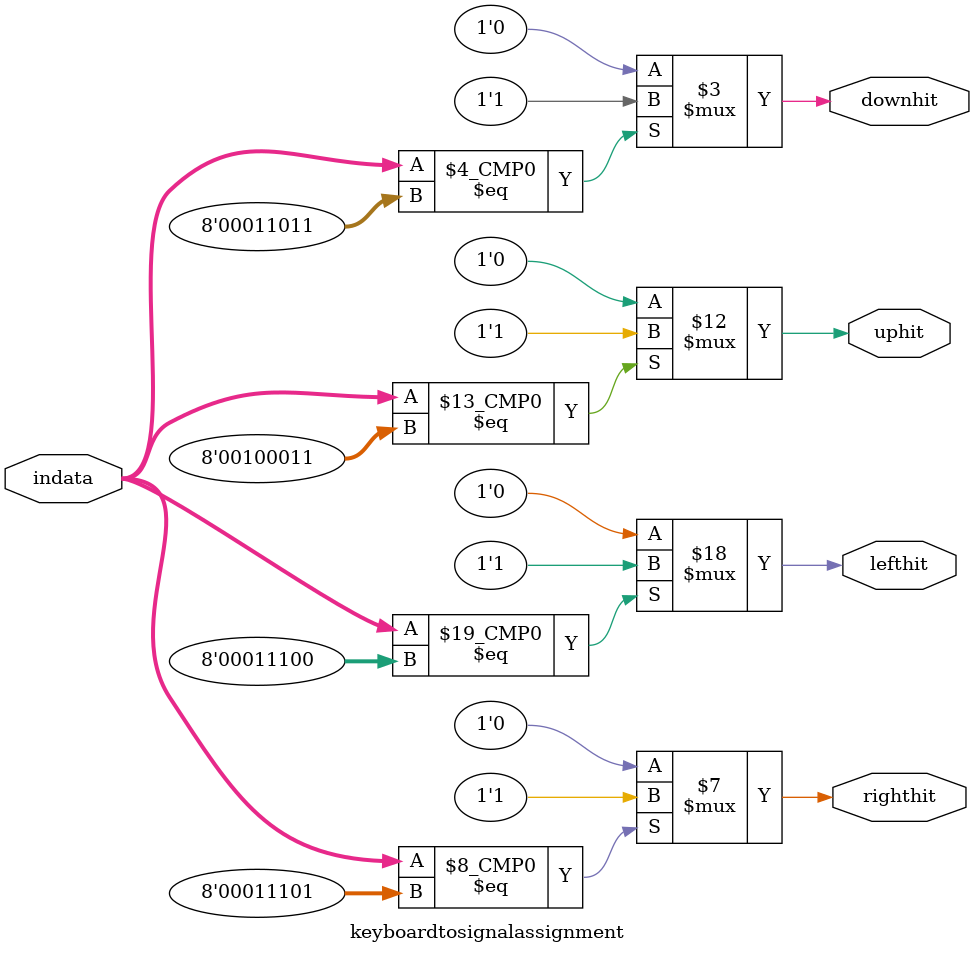
<source format=v>
module keyboardtosignalassignment(indata,lefthit,righthit,uphit,downhit);
	input [7:0] indata;
	output reg lefthit, righthit, uphit, downhit;
	always@(*)
		begin
			case(indata)
				8'h1C: //Key A left lane hit
					begin
						lefthit=1;
						uphit=0;
						righthit=0;
						downhit=0;
					end
				8'h23: //Key D right lane hit
					begin
						lefthit=0;
						uphit=1;
						righthit=0;
						downhit=0;
					end
				8'h1D: //Key W upper lane hit
					begin
						lefthit=0;
						uphit=0;
						righthit=1;
						downhit=0;
					end
				8'h1B: //Key S down lane hit
					begin
						lefthit=0;
						uphit=0;
						righthit=0;
						downhit=1;
					end
				default:
					begin
						lefthit=0;
						uphit=0;
						righthit=0;
						downhit=0;
					end
			endcase
		end
endmodule


</source>
